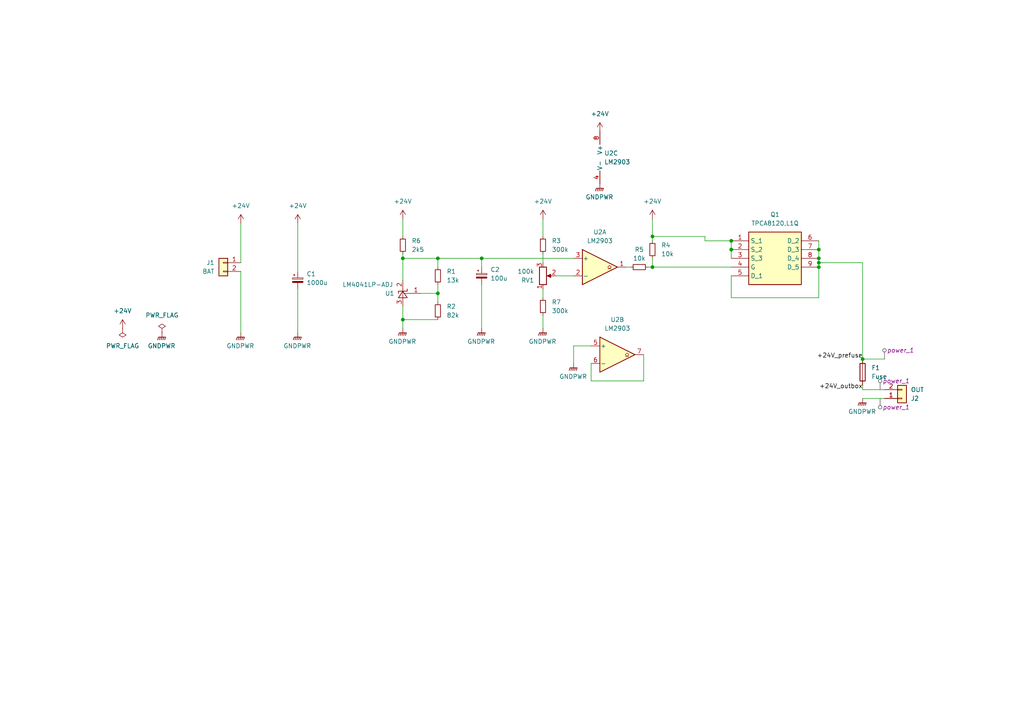
<source format=kicad_sch>
(kicad_sch (version 20230121) (generator eeschema)
  (paper "A4")
  (title_block (title "EP5 LVBMS") (date "2024-03-18") (rev "1") (company "NTURacing") (comment 1 "郭哲明") (comment 2 "Electrical gorup"))
  (lib_symbols
    (symbol "Comparator:LM2903" (pin_names (offset 0.127))
      (property "Reference" "U" (at 3.81 3.81 0))
      (property "Value" "LM2903" (at 6.35 -3.81 0))
      (symbol "LM2903_1_1"
        (polyline (pts (xy -5.08 5.08) (xy 5.08 0) (xy -5.08 -5.08) (xy -5.08 5.08)) (stroke (width 0.254)) (fill (type background)))
        (polyline (pts (xy 3.302 -0.508) (xy 2.794 -0.508) (xy 3.302 0) (xy 2.794 0.508) (xy 2.286 0) (xy 2.794 -0.508) (xy 2.286 -0.508)) (stroke (width 0.127)))
        (pin open_collector line (at 7.62 0 180) (length 2.54) (name "~") (number "1"))
        (pin input line (at -7.62 -2.54 0) (length 2.54) (name "-") (number "2"))
        (pin input line (at -7.62 2.54 0) (length 2.54) (name "+") (number "3"))
      )
      (symbol "LM2903_2_1"
        (polyline (pts (xy -5.08 5.08) (xy 5.08 0) (xy -5.08 -5.08) (xy -5.08 5.08)) (stroke (width 0.254)) (fill (type background)))
        (polyline (pts (xy 3.302 -0.508) (xy 2.794 -0.508) (xy 3.302 0) (xy 2.794 0.508) (xy 2.286 0) (xy 2.794 -0.508) (xy 2.286 -0.508)) (stroke (width 0.127)))
        (pin input line (at -7.62 2.54 0) (length 2.54) (name "+") (number "5"))
        (pin input line (at -7.62 -2.54 0) (length 2.54) (name "-") (number "6"))
        (pin open_collector line (at 7.62 0 180) (length 2.54) (name "~") (number "7"))
      )
      (symbol "LM2903_3_1"
        (pin power_in line (at -2.54 -7.62 90) (length 3.81) (name "V-") (number "4"))
        (pin power_in line (at -2.54 7.62 270) (length 3.81) (name "V+") (number "8"))
      )
    )
    (symbol "Connector_Generic:Conn_01x02" (pin_names (offset 1.016) hide)
      (property "Reference" "J" (at 0 2.54 0))
      (property "Value" "Conn_01x02" (at 0 -5.08 0))
      (symbol "Conn_01x02_1_1"
        (rectangle (start -1.27 -2.413) (end 0 -2.667) (stroke (width 0.1524)))
        (rectangle (start -1.27 0.127) (end 0 -0.127) (stroke (width 0.1524)))
        (rectangle (start -1.27 1.27) (end 1.27 -3.81) (stroke (width 0.254)) (fill (type background)))
        (pin passive line (at -5.08 0 0) (length 3.81) (name "Pin_1") (number "1"))
        (pin passive line (at -5.08 -2.54 0) (length 3.81) (name "Pin_2") (number "2"))
      )
    )
    (symbol "Device:C_Polarized_Small" (pin_numbers hide) (pin_names (offset 0.254) hide)
      (property "Reference" "C" (at 0.254 1.778 0))
      (property "Value" "C_Polarized_Small" (at 0.254 -2.032 0))
      (symbol "C_Polarized_Small_0_1"
        (rectangle (start -1.524 -0.3048) (end 1.524 -0.6858) (fill (type outline)))
        (rectangle (start -1.524 0.6858) (end 1.524 0.3048))
        (polyline (pts (xy -1.27 1.524) (xy -0.762 1.524)))
        (polyline (pts (xy -1.016 1.27) (xy -1.016 1.778)))
      )
      (symbol "C_Polarized_Small_1_1"
        (pin passive line (at 0 2.54 270) (length 1.8542) (name "~") (number "1"))
        (pin passive line (at 0 -2.54 90) (length 1.8542) (name "~") (number "2"))
      )
    )
    (symbol "Device:Fuse" (pin_numbers hide) (pin_names (offset 0))
      (property "Reference" "F" (at 2.032 0 90))
      (property "Value" "Fuse" (at -1.905 0 90))
      (symbol "Fuse_0_1"
        (rectangle (start -0.762 -2.54) (end 0.762 2.54) (stroke (width 0.254)))
        (polyline (pts (xy 0 2.54) (xy 0 -2.54)))
      )
      (symbol "Fuse_1_1"
        (pin passive line (at 0 3.81 270) (length 1.27) (name "~") (number "1"))
        (pin passive line (at 0 -3.81 90) (length 1.27) (name "~") (number "2"))
      )
    )
    (symbol "Device:R_Potentiometer" (pin_names (offset 1.016) hide)
      (property "Reference" "RV" (at -4.445 0 90))
      (property "Value" "R_Potentiometer" (at -2.54 0 90))
      (symbol "R_Potentiometer_0_1"
        (polyline (pts (xy 2.54 0) (xy 1.524 0)))
        (polyline (pts (xy 1.143 0) (xy 2.286 0.508) (xy 2.286 -0.508) (xy 1.143 0)) (fill (type outline)))
        (rectangle (start 1.016 2.54) (end -1.016 -2.54) (stroke (width 0.254)))
      )
      (symbol "R_Potentiometer_1_1"
        (pin passive line (at 0 3.81 270) (length 1.27) (name "1") (number "1"))
        (pin passive line (at 3.81 0 180) (length 1.27) (name "2") (number "2"))
        (pin passive line (at 0 -3.81 90) (length 1.27) (name "3") (number "3"))
      )
    )
    (symbol "Device:R_Small" (pin_numbers hide) (pin_names (offset 0.254) hide)
      (property "Reference" "R" (at 0.762 0.508 0))
      (property "Value" "R_Small" (at 0.762 -1.016 0))
      (symbol "R_Small_0_1"
        (rectangle (start -0.762 1.778) (end 0.762 -1.778) (stroke (width 0.2032)))
      )
      (symbol "R_Small_1_1"
        (pin passive line (at 0 2.54 270) (length 0.762) (name "~") (number "1"))
        (pin passive line (at 0 -2.54 90) (length 0.762) (name "~") (number "2"))
      )
    )
    (symbol "Reference_Voltage:LM4041LP-ADJ" (pin_names (offset 0.0254) hide)
      (property "Reference" "U" (at 2.54 3.81 0))
      (property "Value" "LM4041LP-ADJ" (at 0 -3.175 0))
      (symbol "LM4041LP-ADJ_0_1"
        (polyline (pts (xy 0 2.54) (xy 0 0.508)))
        (polyline (pts (xy -1.27 0) (xy 0 0) (xy 1.27 0)))
        (polyline (pts (xy -1.27 -1.27) (xy 0.635 0) (xy -1.27 1.27) (xy -1.27 -1.27)) (stroke (width 0.2032)))
        (polyline (pts (xy 0 -1.27) (xy 0.635 -1.27) (xy 0.635 1.27) (xy 1.27 1.27)) (stroke (width 0.2032)))
      )
      (symbol "LM4041LP-ADJ_1_1"
        (pin input line (at 0 5.08 270) (length 2.54) (name "FB") (number "1"))
        (pin passive line (at 3.81 0 180) (length 2.54) (name "K") (number "2"))
        (pin passive line (at -3.81 0 0) (length 2.54) (name "A") (number "3"))
      )
    )
    (symbol "SamacSys_Parts:TPCA8120,L1Q"
      (property "Reference" "Q" (at 21.59 7.62 0))
      (property "Value" "TPCA8120,L1Q" (at 21.59 5.08 0))
      (symbol "TPCA8120,L1Q_1_1"
        (rectangle (start 5.08 2.54) (end 20.32 -12.7) (stroke (width 0.254)) (fill (type background)))
        (pin passive line (at 0 0 0) (length 5.08) (name "S_1") (number "1"))
        (pin passive line (at 0 -2.54 0) (length 5.08) (name "S_2") (number "2"))
        (pin passive line (at 0 -5.08 0) (length 5.08) (name "S_3") (number "3"))
        (pin passive line (at 0 -7.62 0) (length 5.08) (name "G") (number "4"))
        (pin passive line (at 0 -10.16 0) (length 5.08) (name "D_1") (number "5"))
        (pin passive line (at 25.4 0 180) (length 5.08) (name "D_2") (number "6"))
        (pin passive line (at 25.4 -2.54 180) (length 5.08) (name "D_3") (number "7"))
        (pin passive line (at 25.4 -5.08 180) (length 5.08) (name "D_4") (number "8"))
        (pin passive line (at 25.4 -7.62 180) (length 5.08) (name "D_5") (number "9"))
      )
    )
    (symbol "power:+24V" (power) (pin_names (offset 0))
      (property "Value" "+24V" (at 0 3.556 0))
      (symbol "+24V_0_1"
        (polyline (pts (xy -0.762 1.27) (xy 0 2.54)))
        (polyline (pts (xy 0 0) (xy 0 2.54)))
        (polyline (pts (xy 0 2.54) (xy 0.762 1.27)))
      )
      (symbol "+24V_1_1"
        (pin power_in line (at 0 0 90) (length 0) hide (name "+24V") (number "1"))
      )
    )
    (symbol "power:GNDPWR" (power) (pin_names (offset 0))
      (property "Value" "GNDPWR" (at 0 -3.302 0))
      (symbol "GNDPWR_0_1"
        (polyline (pts (xy 0 -1.27) (xy 0 0)))
        (polyline (pts (xy -1.016 -1.27) (xy -1.27 -2.032) (xy -1.27 -2.032)) (stroke (width 0.2032)))
        (polyline (pts (xy -0.508 -1.27) (xy -0.762 -2.032) (xy -0.762 -2.032)) (stroke (width 0.2032)))
        (polyline (pts (xy 0 -1.27) (xy -0.254 -2.032) (xy -0.254 -2.032)) (stroke (width 0.2032)))
        (polyline (pts (xy 0.508 -1.27) (xy 0.254 -2.032) (xy 0.254 -2.032)) (stroke (width 0.2032)))
        (polyline (pts (xy 1.016 -1.27) (xy -1.016 -1.27) (xy -1.016 -1.27)) (stroke (width 0.2032)))
        (polyline (pts (xy 1.016 -1.27) (xy 0.762 -2.032) (xy 0.762 -2.032) (xy 0.762 -2.032)) (stroke (width 0.2032)))
      )
      (symbol "GNDPWR_1_1"
        (pin power_in line (at 0 0 270) (length 0) hide (name "GNDPWR") (number "1"))
      )
    )
    (symbol "power:PWR_FLAG" (power) (pin_numbers hide) (pin_names (offset 0) hide)
      (property "Value" "PWR_FLAG" (at 0 3.81 0))
      (symbol "PWR_FLAG_0_0"
        (pin power_out line (at 0 0 90) (length 0) (name "pwr") (number "1"))
      )
      (symbol "PWR_FLAG_0_1"
        (polyline (pts (xy 0 0) (xy 0 1.27) (xy -1.016 1.905) (xy 0 2.54) (xy 1.016 1.905) (xy 0 1.27)))
      )
    )
  )
  (junction (at 237.49 72.39))
  (junction (at 237.49 74.93))
  (junction (at 116.84 74.93))
  (junction (at 139.7 74.93))
  (junction (at 212.09 72.39))
  (junction (at 212.09 69.85))
  (junction (at 189.23 68.58))
  (junction (at 127 85.09))
  (junction (at 237.49 77.47))
  (junction (at 237.49 76.2))
  (junction (at 127 74.93))
  (junction (at 250.19 104.14))
  (junction (at 116.84 92.71))
  (junction (at 189.23 77.47))
  (wire (pts (xy 189.23 74.93) (xy 189.23 77.47)))
  (wire (pts (xy 212.09 86.36) (xy 212.09 80.01)))
  (wire (pts (xy 250.19 76.2) (xy 237.49 76.2)))
  (wire (pts (xy 69.85 96.52) (xy 69.85 78.74)))
  (wire (pts (xy 116.84 73.66) (xy 116.84 74.93)))
  (wire (pts (xy 166.37 74.93) (xy 139.7 74.93)))
  (wire (pts (xy 186.69 110.49) (xy 171.45 110.49)))
  (wire (pts (xy 86.36 64.77) (xy 86.36 78.74)))
  (wire (pts (xy 204.47 69.85) (xy 212.09 69.85)))
  (wire (pts (xy 237.49 69.85) (xy 237.49 72.39)))
  (wire (pts (xy 139.7 74.93) (xy 127 74.93)))
  (wire (pts (xy 212.09 69.85) (xy 212.09 72.39)))
  (wire (pts (xy 121.92 85.09) (xy 127 85.09)))
  (wire (pts (xy 69.85 64.77) (xy 69.85 76.2)))
  (wire (pts (xy 157.48 73.66) (xy 157.48 76.2)))
  (wire (pts (xy 139.7 74.93) (xy 139.7 77.47)))
  (wire (pts (xy 237.49 76.2) (xy 237.49 77.47)))
  (wire (pts (xy 127 82.55) (xy 127 85.09)))
  (wire (pts (xy 166.37 105.41) (xy 166.37 100.33)))
  (wire (pts (xy 237.49 74.93) (xy 237.49 76.2)))
  (wire (pts (xy 189.23 77.47) (xy 212.09 77.47)))
  (wire (pts (xy 237.49 72.39) (xy 237.49 74.93)))
  (wire (pts (xy 116.84 63.5) (xy 116.84 68.58)))
  (wire (pts (xy 250.19 113.03) (xy 256.54 113.03)))
  (wire (pts (xy 157.48 63.5) (xy 157.48 68.58)))
  (wire (pts (xy 204.47 68.58) (xy 204.47 69.85)))
  (wire (pts (xy 157.48 83.82) (xy 157.48 86.36)))
  (wire (pts (xy 189.23 68.58) (xy 189.23 69.85)))
  (wire (pts (xy 116.84 92.71) (xy 116.84 88.9)))
  (wire (pts (xy 127 74.93) (xy 127 77.47)))
  (wire (pts (xy 116.84 74.93) (xy 127 74.93)))
  (wire (pts (xy 189.23 68.58) (xy 204.47 68.58)))
  (wire (pts (xy 189.23 77.47) (xy 187.96 77.47)))
  (wire (pts (xy 186.69 102.87) (xy 186.69 110.49)))
  (wire (pts (xy 161.29 80.01) (xy 166.37 80.01)))
  (wire (pts (xy 237.49 86.36) (xy 237.49 77.47)))
  (wire (pts (xy 250.19 113.03) (xy 250.19 111.76)))
  (wire (pts (xy 250.19 76.2) (xy 250.19 104.14)))
  (wire (pts (xy 182.88 77.47) (xy 181.61 77.47)))
  (wire (pts (xy 189.23 63.5) (xy 189.23 68.58)))
  (wire (pts (xy 116.84 95.25) (xy 116.84 92.71)))
  (wire (pts (xy 171.45 110.49) (xy 171.45 105.41)))
  (wire (pts (xy 250.19 115.57) (xy 256.54 115.57)))
  (wire (pts (xy 127 85.09) (xy 127 87.63)))
  (wire (pts (xy 86.36 83.82) (xy 86.36 96.52)))
  (wire (pts (xy 212.09 86.36) (xy 237.49 86.36)))
  (wire (pts (xy 166.37 100.33) (xy 171.45 100.33)))
  (wire (pts (xy 256.54 104.14) (xy 250.19 104.14)))
  (wire (pts (xy 212.09 72.39) (xy 212.09 74.93)))
  (wire (pts (xy 116.84 92.71) (xy 127 92.71)))
  (wire (pts (xy 157.48 91.44) (xy 157.48 95.25)))
  (wire (pts (xy 116.84 81.28) (xy 116.84 74.93)))
  (wire (pts (xy 139.7 82.55) (xy 139.7 95.25)))
  (label "+24V_prefuse" (at 250.19 104.14 180))
  (label "+24V_outbox" (at 250.19 113.03 180))
  (netclass_flag "" (length 2.54) (shape round) (at 255.27 115.57 180) (property "Netclass" "power_1" (at 255.9685 118.11 0) (effects (font italic) (justify left))))
  (netclass_flag "" (length 2.54) (shape round) (at 256.54 104.14 0) (property "Netclass" "power_1" (at 257.2385 101.6 0) (effects (font italic) (justify left))))
  (netclass_flag "" (length 2.54) (shape round) (at 255.27 113.03 0) (property "Netclass" "power_1" (at 255.9685 110.49 0) (effects (font italic) (justify left))))
  (symbol (lib_id "power:PWR_FLAG") (at 35.56 95.25 0) (mirror x) (unit 1)
    (property "Reference" "#FLG02" (effects hide))
    (property "Value" "PWR_FLAG" (at 35.56 100.33 0))
  )
  (symbol (lib_id "power:GNDPWR") (at 157.48 95.25 0) (unit 1)
    (property "Reference" "#PWR011" (effects hide))
    (property "Value" "GNDPWR" (at 157.353 99.06 0))
  )
  (symbol (lib_id "power:GNDPWR") (at 166.37 105.41 0) (unit 1)
    (property "Reference" "#PWR015" (effects hide))
    (property "Value" "GNDPWR" (at 166.243 109.22 0))
  )
  (symbol (lib_id "Device:R_Small") (at 157.48 88.9 0) (unit 1)
    (property "Reference" "R7" (at 160.02 87.63 0) (effects (justify left)))
    (property "Value" "300k" (at 160.02 90.17 0) (effects (justify left)))
    (property "Footprint" "Resistor_SMD:R_0805_2012Metric" (effects hide))
  )
  (symbol (lib_id "power:PWR_FLAG") (at 46.99 96.52 0) (unit 1)
    (property "Reference" "#FLG01" (effects hide))
    (property "Value" "PWR_FLAG" (at 46.99 91.44 0))
  )
  (symbol (lib_id "power:GNDPWR") (at 173.99 53.34 0) (unit 1)
    (property "Reference" "#PWR012" (effects hide))
    (property "Value" "GNDPWR" (at 173.863 57.15 0))
  )
  (symbol (lib_id "Device:R_Small") (at 127 90.17 0) (unit 1)
    (property "Reference" "R2" (at 129.54 88.9 0) (effects (justify left)))
    (property "Value" "82k" (at 129.54 91.44 0) (effects (justify left)))
    (property "Footprint" "Resistor_SMD:R_0805_2012Metric" (effects hide))
  )
  (symbol (lib_id "Device:R_Small") (at 127 80.01 0) (unit 1)
    (property "Reference" "R1" (at 129.54 78.74 0) (effects (justify left)))
    (property "Value" "13k" (at 129.54 81.28 0) (effects (justify left)))
    (property "Footprint" "Resistor_SMD:R_0805_2012Metric" (effects hide))
  )
  (symbol (lib_id "Device:R_Small") (at 116.84 71.12 0) (unit 1)
    (property "Reference" "R6" (at 119.38 69.85 0) (effects (justify left)))
    (property "Value" "2k5" (at 119.38 72.39 0) (effects (justify left)))
    (property "Footprint" "Resistor_SMD:R_0805_2012Metric" (effects hide))
  )
  (symbol (lib_id "power:+24V") (at 69.85 64.77 0) (unit 1)
    (property "Reference" "#PWR01" (effects hide))
    (property "Value" "+24V" (at 69.85 59.69 0))
  )
  (symbol (lib_id "Connector_Generic:Conn_01x02") (at 64.77 76.2 0) (mirror y) (unit 1)
    (property "Reference" "J1" (at 62.23 76.2 0) (effects (justify left)))
    (property "Value" "BAT" (at 62.23 78.74 0) (effects (justify left)))
    (property "Footprint" "Connector_Wire:SolderWire-1sqmm_1x02_P7.8mm_D1.4mm_OD3.9mm" (effects hide))
  )
  (symbol (lib_id "Device:R_Small") (at 157.48 71.12 0) (unit 1)
    (property "Reference" "R3" (at 160.02 69.85 0) (effects (justify left)))
    (property "Value" "300k" (at 160.02 72.39 0) (effects (justify left)))
    (property "Footprint" "Resistor_SMD:R_0805_2012Metric" (effects hide))
  )
  (symbol (lib_id "power:+24V") (at 116.84 63.5 0) (unit 1)
    (property "Reference" "#PWR09" (effects hide))
    (property "Value" "+24V" (at 116.84 58.42 0))
  )
  (symbol (lib_id "Device:R_Potentiometer") (at 157.48 80.01 0) (mirror x) (unit 1)
    (property "Reference" "RV1" (at 154.94 81.28 0) (effects (justify right)))
    (property "Value" "100k" (at 154.94 78.74 0) (effects (justify right)))
    (property "Footprint" "Potentiometer_THT:Potentiometer_Vishay_T73YP_Vertical" (effects hide))
  )
  (symbol (lib_id "power:GNDPWR") (at 69.85 96.52 0) (unit 1)
    (property "Reference" "#PWR02" (effects hide))
    (property "Value" "GNDPWR" (at 69.723 100.33 0))
  )
  (symbol (lib_id "power:+24V") (at 189.23 63.5 0) (unit 1)
    (property "Reference" "#PWR08" (effects hide))
    (property "Value" "+24V" (at 189.23 58.42 0))
  )
  (symbol (lib_id "Comparator:LM2903") (at 176.53 45.72 0) (unit 3)
    (property "Reference" "U2" (at 175.26 44.45 0) (effects (justify left)))
    (property "Value" "LM2903" (at 175.26 46.99 0) (effects (justify left)))
    (property "Footprint" "Package_SO:SOIC-8_3.9x4.9mm_P1.27mm" (effects hide))
    (property "Datasheet" "http://www.ti.com/lit/ds/symlink/lm393.pdf" (effects hide))
  )
  (symbol (lib_id "Device:Fuse") (at 250.19 107.95 0) (unit 1)
    (property "Reference" "F1" (at 252.73 106.68 0) (effects (justify left)))
    (property "Value" "Fuse" (at 252.73 109.22 0) (effects (justify left)))
    (property "Footprint" "Fuse:Fuseholder_Cylinder-5x20mm_Schurter_0031_8201_Horizontal_Open" (effects hide))
  )
  (symbol (lib_id "Connector_Generic:Conn_01x02") (at 261.62 115.57 0) (mirror x) (unit 1)
    (property "Reference" "J2" (at 264.16 115.57 0) (effects (justify left)))
    (property "Value" "OUT" (at 264.16 113.03 0) (effects (justify left)))
    (property "Footprint" "Connector_JST:JST_VH_B2P-VH-B_1x02_P3.96mm_Vertical" (effects hide))
  )
  (symbol (lib_id "Comparator:LM2903") (at 173.99 77.47 0) (unit 1)
    (property "Reference" "U2" (at 173.99 67.31 0))
    (property "Value" "LM2903" (at 173.99 69.85 0))
    (property "Footprint" "Package_SO:SOIC-8_3.9x4.9mm_P1.27mm" (effects hide))
    (property "Datasheet" "http://www.ti.com/lit/ds/symlink/lm393.pdf" (effects hide))
  )
  (symbol (lib_id "Device:C_Polarized_Small") (at 86.36 81.28 0) (unit 1)
    (property "Reference" "C1" (at 88.9 79.4639 0) (effects (justify left)))
    (property "Value" "1000u" (at 88.9 82.0039 0) (effects (justify left)))
    (property "Footprint" "Capacitor_THT:CP_Radial_D14.0mm_P5.00mm" (effects hide))
  )
  (symbol (lib_id "Reference_Voltage:LM4041LP-ADJ") (at 116.84 85.09 270) (mirror x) (unit 1)
    (property "Reference" "U1" (at 113.03 85.09 90))
    (property "Value" "LM4041LP-ADJ" (at 106.68 82.55 90))
    (property "Footprint" "Package_TO_SOT_THT:TO-92_Inline" (effects hide))
    (property "Datasheet" "http://www.ti.com/lit/ds/symlink/lm4041-n.pdf" (effects hide))
  )
  (symbol (lib_id "Device:R_Small") (at 189.23 72.39 0) (unit 1)
    (property "Reference" "R4" (at 191.77 71.12 0) (effects (justify left)))
    (property "Value" "10k" (at 191.77 73.66 0) (effects (justify left)))
    (property "Footprint" "Resistor_SMD:R_0805_2012Metric" (effects hide))
  )
  (symbol (lib_id "power:+24V") (at 35.56 95.25 0) (unit 1)
    (property "Reference" "#PWR014" (effects hide))
    (property "Value" "+24V" (at 35.56 90.17 0))
  )
  (symbol (lib_id "SamacSys_Parts:TPCA8120,L1Q") (at 212.09 69.85 0) (unit 1)
    (property "Reference" "Q1" (at 224.79 62.23 0))
    (property "Value" "TPCA8120,L1Q" (at 224.79 64.77 0))
    (property "Footprint" "SamacSys_Parts:TPH4R003NLL1Q" (effects hide))
    (property "Height" "1" (effects hide))
    (property "Mouser Part Number" "757-TPCA8120L1Q" (effects hide))
    (property "Mouser Price/Stock" "https://www.mouser.co.uk/ProductDetail/Toshiba/TPCA8120L1Q?qs=B6kkDfuK7%2FD2wO%2FgucdpPg%3D%3D" (effects hide))
    (property "Manufacturer_Name" "Toshiba" (effects hide))
    (property "Manufacturer_Part_Number" "TPCA8120,L1Q" (effects hide))
  )
  (symbol (lib_id "Device:R_Small") (at 185.42 77.47 90) (unit 1)
    (property "Reference" "R5" (at 185.42 72.39 90))
    (property "Value" "10k" (at 185.42 74.93 90))
    (property "Footprint" "Resistor_SMD:R_0805_2012Metric" (effects hide))
  )
  (symbol (lib_id "Comparator:LM2903") (at 179.07 102.87 0) (unit 2)
    (property "Reference" "U2" (at 179.07 92.71 0))
    (property "Value" "LM2903" (at 179.07 95.25 0))
    (property "Footprint" "Package_SO:SOIC-8_3.9x4.9mm_P1.27mm" (effects hide))
    (property "Datasheet" "http://www.ti.com/lit/ds/symlink/lm393.pdf" (effects hide))
  )
  (symbol (lib_id "power:+24V") (at 86.36 64.77 0) (unit 1)
    (property "Reference" "#PWR04" (effects hide))
    (property "Value" "+24V" (at 86.36 59.69 0))
  )
  (symbol (lib_id "power:GNDPWR") (at 86.36 96.52 0) (unit 1)
    (property "Reference" "#PWR03" (effects hide))
    (property "Value" "GNDPWR" (at 86.233 100.33 0))
  )
  (symbol (lib_id "power:GNDPWR") (at 46.99 96.52 0) (unit 1)
    (property "Reference" "#PWR013" (effects hide))
    (property "Value" "GNDPWR" (at 46.863 100.33 0))
  )
  (symbol (lib_id "power:+24V") (at 157.48 63.5 0) (unit 1)
    (property "Reference" "#PWR05" (effects hide))
    (property "Value" "+24V" (at 157.48 58.42 0))
  )
  (symbol (lib_id "power:GNDPWR") (at 139.7 95.25 0) (unit 1)
    (property "Reference" "#PWR010" (effects hide))
    (property "Value" "GNDPWR" (at 139.573 99.06 0))
  )
  (symbol (lib_id "power:GNDPWR") (at 250.19 115.57 0) (unit 1)
    (property "Reference" "#PWR06" (effects hide))
    (property "Value" "GNDPWR" (at 250.063 119.38 0))
  )
  (symbol (lib_id "Device:C_Polarized_Small") (at 139.7 80.01 0) (unit 1)
    (property "Reference" "C2" (at 142.24 78.1939 0) (effects (justify left)))
    (property "Value" "100u" (at 142.24 80.7339 0) (effects (justify left)))
    (property "Footprint" "Capacitor_THT:CP_Radial_D8.0mm_P3.80mm" (effects hide))
  )
  (symbol (lib_id "power:GNDPWR") (at 116.84 95.25 0) (unit 1)
    (property "Reference" "#PWR016" (effects hide))
    (property "Value" "GNDPWR" (at 116.713 99.06 0))
  )
  (symbol (lib_id "power:+24V") (at 173.99 38.1 0) (unit 1)
    (property "Reference" "#PWR07" (effects hide))
    (property "Value" "+24V" (at 173.99 33.02 0))
  )
)
</source>
